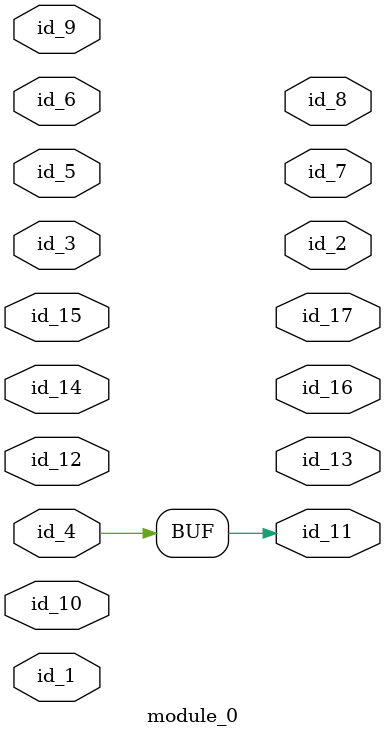
<source format=v>
module module_0 (
    id_1,
    id_2,
    id_3,
    id_4,
    id_5,
    id_6,
    id_7,
    id_8,
    id_9,
    id_10,
    id_11,
    id_12,
    id_13,
    id_14,
    id_15,
    id_16,
    id_17
);
  output id_17;
  output id_16;
  input id_15;
  input id_14;
  output id_13;
  input id_12;
  output id_11;
  input id_10;
  input id_9;
  output id_8;
  output id_7;
  input id_6;
  input id_5;
  input id_4;
  input id_3;
  output id_2;
  input id_1;
  assign id_4 = id_11;
endmodule

</source>
